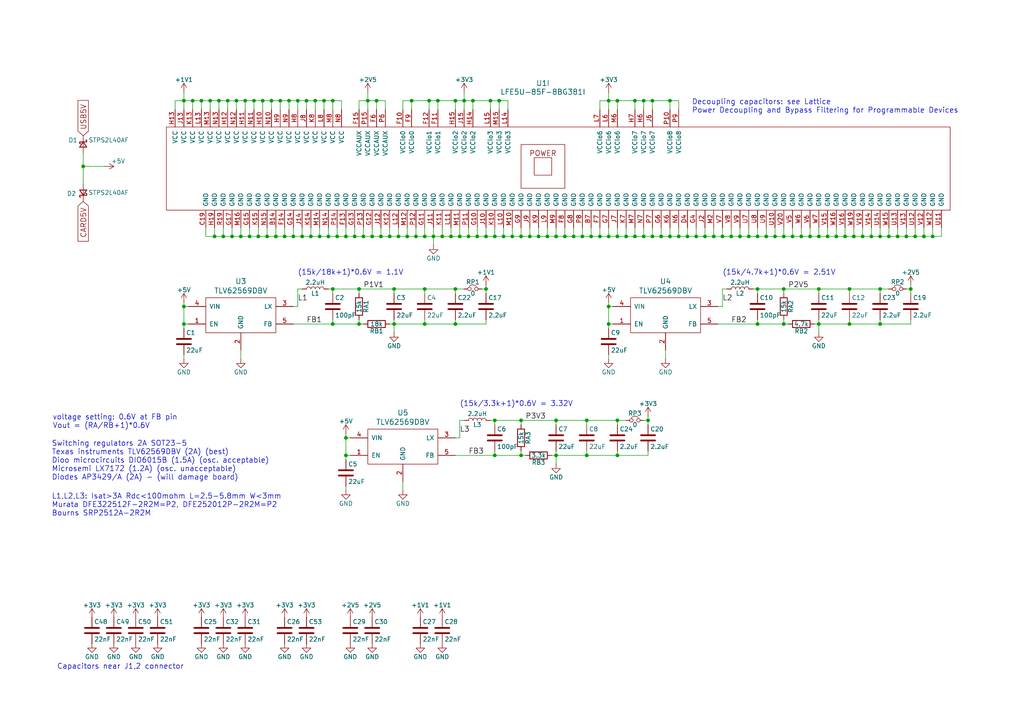
<source format=kicad_sch>
(kicad_sch (version 20250114) (generator "eeschema") (generator_version "9.0")
  (paper "A4")
  (title_block (title "Power Supply - 5V Input, 1.1V/2.5V/3.3V Rails") (date "2025-11-30") (rev "1.0.0") (comment 1 "filtering.") (comment 2 "(I/O). Decoupling capacitors for all FPGA power pins. Ferrite beads on each rail for noise") (comment 3 "Three TLV62569 buck converters generating 1.1V (FPGA core), 2.5V (FPGA aux), and 3.3V") (comment 4 "Power Dual 5V input (USB and Apple II card slot) through Schottky diode OR. "))
  (text "Switching regulators 2A SOT23-5\nTexas instruments TLV62569DBV (2A) (best)\nDioo microcircuits DIO6015B (1.5A) (osc. acceptable)\nMicrosemi LX7172 (1.2A) (osc. unacceptable)\nDiodes AP3429/A (2A) - (will damage board)\n" (at 14.986 139.446 0) (effects (font (size 1.524 1.524)) (justify left bottom)))
  (text "(15k/18k+1)*0.6V = 1.1V\n" (at 86.36 80.01 0) (effects (font (size 1.524 1.524)) (justify left bottom)))
  (text "L1,L2,L3: Isat>3A Rdc<100mohm L=2.5-5.8mm W<3mm\nMurata DFE322512F-2R2M=P2, DFE252012P-2R2M=P2\nBourns SRP2512A-2R2M" (at 14.986 149.86 0) (effects (font (size 1.524 1.524)) (justify left bottom)))
  (text "(15k/4.7k+1)*0.6V = 2.51V\n" (at 209.55 80.01 0) (effects (font (size 1.524 1.524)) (justify left bottom)))
  (text "(15k/3.3k+1)*0.6V = 3.32V\n" (at 133.35 118.11 0) (effects (font (size 1.524 1.524)) (justify left bottom)))
  (text "Capacitors near J1,2 connector" (at 16.51 194.31 0) (effects (font (size 1.524 1.524)) (justify left bottom)))
  (text "Decoupling capacitors: see Lattice\nPower Decoupling and Bypass Filtering for Programmable Devices" (at 200.66 33.02 0) (effects (font (size 1.524 1.524)) (justify left bottom)))
  (text "voltage setting: 0.6V at FB pin\nVout = (RA/RB+1)*0.6V\n" (at 15.24 124.46 0) (effects (font (size 1.524 1.524)) (justify left bottom)))
  (junction (at 24.13 48.26))
  (junction (at 62.23 68.58))
  (junction (at 176.53 93.98))
  (junction (at 96.52 29.21))
  (junction (at 123.19 68.58))
  (junction (at 82.55 68.58))
  (junction (at 245.11 68.58))
  (junction (at 143.51 132.08))
  (junction (at 163.83 68.58))
  (junction (at 219.71 83.82))
  (junction (at 125.73 68.58))
  (junction (at 93.98 29.21))
  (junction (at 151.13 132.08))
  (junction (at 143.51 121.92))
  (junction (at 176.53 68.58))
  (junction (at 138.43 68.58))
  (junction (at 270.51 68.58))
  (junction (at 214.63 68.58))
  (junction (at 105.41 68.58))
  (junction (at 242.57 68.58))
  (junction (at 143.51 68.58))
  (junction (at 140.97 83.82))
  (junction (at 161.29 68.58))
  (junction (at 184.15 29.21))
  (junction (at 132.08 29.21))
  (junction (at 186.69 68.58))
  (junction (at 257.81 68.58))
  (junction (at 142.24 29.21))
  (junction (at 120.65 68.58))
  (junction (at 191.77 68.58))
  (junction (at 100.33 68.58))
  (junction (at 186.69 29.21))
  (junction (at 107.95 68.58))
  (junction (at 176.53 88.9))
  (junction (at 114.3 83.82))
  (junction (at 161.29 132.08))
  (junction (at 104.14 93.98))
  (junction (at 88.9 29.21))
  (junction (at 113.03 68.58))
  (junction (at 262.89 68.58))
  (junction (at 255.27 93.98))
  (junction (at 237.49 83.82))
  (junction (at 132.08 83.82))
  (junction (at 53.34 93.98))
  (junction (at 219.71 68.58))
  (junction (at 179.07 132.08))
  (junction (at 81.28 29.21))
  (junction (at 179.07 121.92))
  (junction (at 148.59 68.58))
  (junction (at 217.17 68.58))
  (junction (at 123.19 83.82))
  (junction (at 161.29 121.92))
  (junction (at 247.65 68.58))
  (junction (at 196.85 68.58))
  (junction (at 134.62 29.21))
  (junction (at 151.13 68.58))
  (junction (at 110.49 68.58))
  (junction (at 64.77 68.58))
  (junction (at 83.82 29.21))
  (junction (at 156.21 68.58))
  (junction (at 255.27 68.58))
  (junction (at 96.52 93.98))
  (junction (at 199.39 68.58))
  (junction (at 176.53 29.21))
  (junction (at 194.31 68.58))
  (junction (at 68.58 29.21))
  (junction (at 207.01 68.58))
  (junction (at 194.31 29.21))
  (junction (at 114.3 93.98))
  (junction (at 153.67 68.58))
  (junction (at 168.91 68.58))
  (junction (at 124.46 29.21))
  (junction (at 170.18 132.08))
  (junction (at 66.04 29.21))
  (junction (at 60.96 29.21))
  (junction (at 73.66 29.21))
  (junction (at 128.27 68.58))
  (junction (at 77.47 68.58))
  (junction (at 80.01 68.58))
  (junction (at 173.99 68.58))
  (junction (at 95.25 68.58))
  (junction (at 187.96 121.92))
  (junction (at 91.44 29.21))
  (junction (at 69.85 68.58))
  (junction (at 119.38 29.21))
  (junction (at 237.49 93.98))
  (junction (at 181.61 68.58))
  (junction (at 227.33 68.58))
  (junction (at 53.34 88.9))
  (junction (at 179.07 68.58))
  (junction (at 227.33 83.82))
  (junction (at 109.22 29.21))
  (junction (at 74.93 68.58))
  (junction (at 106.68 29.21))
  (junction (at 137.16 29.21))
  (junction (at 118.11 68.58))
  (junction (at 264.16 83.82))
  (junction (at 219.71 93.98))
  (junction (at 132.08 93.98))
  (junction (at 130.81 68.58))
  (junction (at 127 29.21))
  (junction (at 229.87 68.58))
  (junction (at 170.18 121.92))
  (junction (at 171.45 68.58))
  (junction (at 227.33 93.98))
  (junction (at 135.89 68.58))
  (junction (at 237.49 68.58))
  (junction (at 234.95 68.58))
  (junction (at 97.79 68.58))
  (junction (at 115.57 68.58))
  (junction (at 224.79 68.58))
  (junction (at 78.74 29.21))
  (junction (at 55.88 29.21))
  (junction (at 140.97 68.58))
  (junction (at 53.34 29.21))
  (junction (at 100.33 127))
  (junction (at 240.03 68.58))
  (junction (at 232.41 68.58))
  (junction (at 144.78 29.21))
  (junction (at 72.39 68.58))
  (junction (at 100.33 132.08))
  (junction (at 166.37 68.58))
  (junction (at 96.52 83.82))
  (junction (at 246.38 93.98))
  (junction (at 212.09 68.58))
  (junction (at 252.73 68.58))
  (junction (at 87.63 68.58))
  (junction (at 201.93 68.58))
  (junction (at 255.27 83.82))
  (junction (at 58.42 29.21))
  (junction (at 267.97 68.58))
  (junction (at 102.87 68.58))
  (junction (at 133.35 68.58))
  (junction (at 184.15 68.58))
  (junction (at 63.5 29.21))
  (junction (at 86.36 29.21))
  (junction (at 158.75 68.58))
  (junction (at 265.43 68.58))
  (junction (at 123.19 93.98))
  (junction (at 76.2 29.21))
  (junction (at 146.05 68.58))
  (junction (at 222.25 68.58))
  (junction (at 85.09 68.58))
  (junction (at 151.13 121.92))
  (junction (at 67.31 68.58))
  (junction (at 92.71 68.58))
  (junction (at 209.55 68.58))
  (junction (at 189.23 29.21))
  (junction (at 90.17 68.58))
  (junction (at 189.23 68.58))
  (junction (at 250.19 68.58))
  (junction (at 260.35 68.58))
  (junction (at 104.14 83.82))
  (junction (at 71.12 29.21))
  (junction (at 204.47 68.58))
  (junction (at 246.38 83.82))
  (junction (at 179.07 29.21))
  (wire (pts (xy 55.88 29.21) (xy 58.42 29.21)))
  (wire (pts (xy 201.93 66.04) (xy 201.93 68.58)))
  (wire (pts (xy 227.33 83.82) (xy 237.49 83.82)))
  (wire (pts (xy 86.36 29.21) (xy 88.9 29.21)))
  (wire (pts (xy 151.13 132.08) (xy 151.13 130.81)))
  (wire (pts (xy 93.98 29.21) (xy 96.52 29.21)))
  (wire (pts (xy 109.22 29.21) (xy 111.76 29.21)))
  (wire (pts (xy 107.95 66.04) (xy 107.95 68.58)))
  (wire (pts (xy 72.39 66.04) (xy 72.39 68.58)))
  (wire (pts (xy 194.31 29.21) (xy 194.31 31.75)))
  (wire (pts (xy 189.23 29.21) (xy 189.23 31.75)))
  (wire (pts (xy 86.36 83.82) (xy 87.63 83.82)))
  (wire (pts (xy 273.05 68.58) (xy 273.05 66.04)))
  (wire (pts (xy 93.98 29.21) (xy 93.98 31.75)))
  (wire (pts (xy 76.2 29.21) (xy 78.74 29.21)))
  (wire (pts (xy 181.61 66.04) (xy 181.61 68.58)))
  (wire (pts (xy 59.69 68.58) (xy 62.23 68.58)))
  (wire (pts (xy 151.13 66.04) (xy 151.13 68.58)))
  (wire (pts (xy 161.29 130.81) (xy 161.29 132.08)))
  (wire (pts (xy 237.49 93.98) (xy 237.49 96.52)))
  (wire (pts (xy 209.55 88.9) (xy 208.28 88.9)))
  (wire (pts (xy 224.79 66.04) (xy 224.79 68.58)))
  (wire (pts (xy 63.5 29.21) (xy 63.5 31.75)))
  (wire (pts (xy 246.38 93.98) (xy 255.27 93.98)))
  (wire (pts (xy 104.14 93.98) (xy 104.14 92.71)))
  (wire (pts (xy 227.33 66.04) (xy 227.33 68.58)))
  (wire (pts (xy 100.33 127) (xy 100.33 132.08)))
  (wire (pts (xy 255.27 83.82) (xy 255.27 85.09)))
  (wire (pts (xy 143.51 68.58) (xy 146.05 68.58)))
  (wire (pts (xy 234.95 68.58) (xy 237.49 68.58)))
  (wire (pts (xy 132.08 93.98) (xy 140.97 93.98)))
  (wire (pts (xy 171.45 66.04) (xy 171.45 68.58)))
  (wire (pts (xy 237.49 66.04) (xy 237.49 68.58)))
  (wire (pts (xy 144.78 29.21) (xy 144.78 31.75)))
  (wire (pts (xy 81.28 29.21) (xy 83.82 29.21)))
  (wire (pts (xy 255.27 66.04) (xy 255.27 68.58)))
  (wire (pts (xy 163.83 68.58) (xy 166.37 68.58)))
  (wire (pts (xy 95.25 66.04) (xy 95.25 68.58)))
  (wire (pts (xy 76.2 29.21) (xy 76.2 31.75)))
  (wire (pts (xy 262.89 83.82) (xy 264.16 83.82)))
  (wire (pts (xy 189.23 66.04) (xy 189.23 68.58)))
  (wire (pts (xy 176.53 88.9) (xy 177.8 88.9)))
  (wire (pts (xy 156.21 66.04) (xy 156.21 68.58)))
  (wire (pts (xy 95.25 68.58) (xy 97.79 68.58)))
  (wire (pts (xy 99.06 29.21) (xy 99.06 31.75)))
  (wire (pts (xy 257.81 68.58) (xy 260.35 68.58)))
  (wire (pts (xy 60.96 29.21) (xy 63.5 29.21)))
  (wire (pts (xy 128.27 66.04) (xy 128.27 68.58)))
  (wire (pts (xy 224.79 68.58) (xy 227.33 68.58)))
  (wire (pts (xy 63.5 29.21) (xy 66.04 29.21)))
  (wire (pts (xy 257.81 66.04) (xy 257.81 68.58)))
  (wire (pts (xy 161.29 121.92) (xy 161.29 123.19)))
  (wire (pts (xy 134.62 26.67) (xy 134.62 29.21)))
  (wire (pts (xy 236.22 93.98) (xy 237.49 93.98)))
  (wire (pts (xy 53.34 102.87) (xy 53.34 104.14)))
  (wire (pts (xy 227.33 93.98) (xy 228.6 93.98)))
  (wire (pts (xy 118.11 66.04) (xy 118.11 68.58)))
  (wire (pts (xy 209.55 83.82) (xy 210.82 83.82)))
  (wire (pts (xy 73.66 29.21) (xy 76.2 29.21)))
  (wire (pts (xy 138.43 66.04) (xy 138.43 68.58)))
  (wire (pts (xy 201.93 68.58) (xy 204.47 68.58)))
  (wire (pts (xy 78.74 29.21) (xy 81.28 29.21)))
  (wire (pts (xy 72.39 68.58) (xy 74.93 68.58)))
  (wire (pts (xy 86.36 29.21) (xy 86.36 31.75)))
  (wire (pts (xy 97.79 66.04) (xy 97.79 68.58)))
  (wire (pts (xy 194.31 66.04) (xy 194.31 68.58)))
  (wire (pts (xy 237.49 83.82) (xy 237.49 85.09)))
  (wire (pts (xy 81.28 29.21) (xy 81.28 31.75)))
  (wire (pts (xy 127 29.21) (xy 127 31.75)))
  (wire (pts (xy 104.14 83.82) (xy 104.14 85.09)))
  (wire (pts (xy 143.51 130.81) (xy 143.51 132.08)))
  (wire (pts (xy 102.87 68.58) (xy 105.41 68.58)))
  (wire (pts (xy 120.65 66.04) (xy 120.65 68.58)))
  (wire (pts (xy 132.08 83.82) (xy 134.62 83.82)))
  (wire (pts (xy 91.44 29.21) (xy 93.98 29.21)))
  (wire (pts (xy 173.99 66.04) (xy 173.99 68.58)))
  (wire (pts (xy 80.01 68.58) (xy 82.55 68.58)))
  (wire (pts (xy 134.62 29.21) (xy 137.16 29.21)))
  (wire (pts (xy 151.13 68.58) (xy 153.67 68.58)))
  (wire (pts (xy 196.85 29.21) (xy 196.85 31.75)))
  (wire (pts (xy 143.51 66.04) (xy 143.51 68.58)))
  (wire (pts (xy 119.38 29.21) (xy 124.46 29.21)))
  (wire (pts (xy 95.25 83.82) (xy 96.52 83.82)))
  (wire (pts (xy 151.13 132.08) (xy 152.4 132.08)))
  (wire (pts (xy 219.71 85.09) (xy 219.71 83.82)))
  (wire (pts (xy 173.99 29.21) (xy 176.53 29.21)))
  (wire (pts (xy 96.52 93.98) (xy 104.14 93.98)))
  (wire (pts (xy 179.07 66.04) (xy 179.07 68.58)))
  (wire (pts (xy 208.28 93.98) (xy 219.71 93.98)))
  (wire (pts (xy 142.24 29.21) (xy 144.78 29.21)))
  (wire (pts (xy 124.46 29.21) (xy 127 29.21)))
  (wire (pts (xy 132.08 29.21) (xy 132.08 31.75)))
  (wire (pts (xy 219.71 66.04) (xy 219.71 68.58)))
  (wire (pts (xy 115.57 66.04) (xy 115.57 68.58)))
  (wire (pts (xy 153.67 68.58) (xy 156.21 68.58)))
  (wire (pts (xy 170.18 121.92) (xy 170.18 123.19)))
  (wire (pts (xy 53.34 29.21) (xy 53.34 31.75)))
  (wire (pts (xy 219.71 68.58) (xy 222.25 68.58)))
  (wire (pts (xy 106.68 29.21) (xy 109.22 29.21)))
  (wire (pts (xy 218.44 83.82) (xy 219.71 83.82)))
  (wire (pts (xy 113.03 66.04) (xy 113.03 68.58)))
  (wire (pts (xy 237.49 92.71) (xy 237.49 93.98)))
  (wire (pts (xy 173.99 29.21) (xy 173.99 31.75)))
  (wire (pts (xy 186.69 121.92) (xy 187.96 121.92)))
  (wire (pts (xy 24.13 48.26) (xy 24.13 53.34)))
  (wire (pts (xy 151.13 121.92) (xy 161.29 121.92)))
  (wire (pts (xy 50.8 29.21) (xy 50.8 31.75)))
  (wire (pts (xy 64.77 68.58) (xy 67.31 68.58)))
  (wire (pts (xy 168.91 68.58) (xy 171.45 68.58)))
  (wire (pts (xy 87.63 66.04) (xy 87.63 68.58)))
  (wire (pts (xy 137.16 29.21) (xy 142.24 29.21)))
  (wire (pts (xy 71.12 29.21) (xy 71.12 31.75)))
  (wire (pts (xy 179.07 132.08) (xy 187.96 132.08)))
  (wire (pts (xy 77.47 68.58) (xy 80.01 68.58)))
  (wire (pts (xy 161.29 66.04) (xy 161.29 68.58)))
  (wire (pts (xy 207.01 66.04) (xy 207.01 68.58)))
  (wire (pts (xy 240.03 68.58) (xy 242.57 68.58)))
  (wire (pts (xy 264.16 93.98) (xy 264.16 92.71)))
  (wire (pts (xy 227.33 83.82) (xy 227.33 85.09)))
  (wire (pts (xy 179.07 68.58) (xy 181.61 68.58)))
  (wire (pts (xy 186.69 66.04) (xy 186.69 68.58)))
  (wire (pts (xy 105.41 68.58) (xy 107.95 68.58)))
  (wire (pts (xy 242.57 66.04) (xy 242.57 68.58)))
  (wire (pts (xy 104.14 93.98) (xy 105.41 93.98)))
  (wire (pts (xy 194.31 29.21) (xy 196.85 29.21)))
  (wire (pts (xy 83.82 29.21) (xy 86.36 29.21)))
  (wire (pts (xy 232.41 68.58) (xy 234.95 68.58)))
  (wire (pts (xy 264.16 83.82) (xy 264.16 85.09)))
  (wire (pts (xy 96.52 29.21) (xy 99.06 29.21)))
  (wire (pts (xy 104.14 31.75) (xy 104.14 29.21)))
  (wire (pts (xy 161.29 132.08) (xy 161.29 134.62)))
  (wire (pts (xy 229.87 66.04) (xy 229.87 68.58)))
  (wire (pts (xy 132.08 132.08) (xy 143.51 132.08)))
  (wire (pts (xy 222.25 68.58) (xy 224.79 68.58)))
  (wire (pts (xy 53.34 26.67) (xy 53.34 29.21)))
  (wire (pts (xy 123.19 93.98) (xy 132.08 93.98)))
  (wire (pts (xy 209.55 68.58) (xy 212.09 68.58)))
  (wire (pts (xy 115.57 68.58) (xy 118.11 68.58)))
  (wire (pts (xy 123.19 83.82) (xy 123.19 85.09)))
  (wire (pts (xy 58.42 29.21) (xy 58.42 31.75)))
  (wire (pts (xy 196.85 66.04) (xy 196.85 68.58)))
  (wire (pts (xy 161.29 121.92) (xy 170.18 121.92)))
  (wire (pts (xy 267.97 66.04) (xy 267.97 68.58)))
  (wire (pts (xy 143.51 123.19) (xy 143.51 121.92)))
  (wire (pts (xy 53.34 87.63) (xy 53.34 88.9)))
  (wire (pts (xy 234.95 66.04) (xy 234.95 68.58)))
  (wire (pts (xy 187.96 121.92) (xy 187.96 123.19)))
  (wire (pts (xy 100.33 140.97) (xy 100.33 142.24)))
  (wire (pts (xy 119.38 29.21) (xy 119.38 31.75)))
  (wire (pts (xy 100.33 132.08) (xy 101.6 132.08)))
  (wire (pts (xy 204.47 66.04) (xy 204.47 68.58)))
  (wire (pts (xy 114.3 92.71) (xy 114.3 93.98)))
  (wire (pts (xy 104.14 83.82) (xy 114.3 83.82)))
  (wire (pts (xy 176.53 66.04) (xy 176.53 68.58)))
  (wire (pts (xy 207.01 68.58) (xy 209.55 68.58)))
  (wire (pts (xy 212.09 66.04) (xy 212.09 68.58)))
  (wire (pts (xy 113.03 93.98) (xy 114.3 93.98)))
  (wire (pts (xy 214.63 68.58) (xy 217.17 68.58)))
  (wire (pts (xy 110.49 66.04) (xy 110.49 68.58)))
  (wire (pts (xy 240.03 66.04) (xy 240.03 68.58)))
  (wire (pts (xy 85.09 66.04) (xy 85.09 68.58)))
  (wire (pts (xy 116.84 29.21) (xy 116.84 31.75)))
  (wire (pts (xy 80.01 66.04) (xy 80.01 68.58)))
  (wire (pts (xy 187.96 120.65) (xy 187.96 121.92)))
  (wire (pts (xy 176.53 68.58) (xy 179.07 68.58)))
  (wire (pts (xy 125.73 66.04) (xy 125.73 68.58)))
  (wire (pts (xy 123.19 66.04) (xy 123.19 68.58)))
  (wire (pts (xy 173.99 68.58) (xy 176.53 68.58)))
  (wire (pts (xy 170.18 132.08) (xy 170.18 130.81)))
  (wire (pts (xy 97.79 68.58) (xy 100.33 68.58)))
  (wire (pts (xy 252.73 68.58) (xy 255.27 68.58)))
  (wire (pts (xy 114.3 93.98) (xy 123.19 93.98)))
  (wire (pts (xy 67.31 68.58) (xy 69.85 68.58)))
  (wire (pts (xy 62.23 66.04) (xy 62.23 68.58)))
  (wire (pts (xy 128.27 68.58) (xy 130.81 68.58)))
  (wire (pts (xy 85.09 68.58) (xy 87.63 68.58)))
  (wire (pts (xy 120.65 68.58) (xy 123.19 68.58)))
  (wire (pts (xy 186.69 29.21) (xy 186.69 31.75)))
  (wire (pts (xy 110.49 68.58) (xy 113.03 68.58)))
  (wire (pts (xy 82.55 68.58) (xy 85.09 68.58)))
  (wire (pts (xy 179.07 29.21) (xy 184.15 29.21)))
  (wire (pts (xy 92.71 68.58) (xy 95.25 68.58)))
  (wire (pts (xy 64.77 66.04) (xy 64.77 68.58)))
  (wire (pts (xy 267.97 68.58) (xy 270.51 68.58)))
  (wire (pts (xy 132.08 29.21) (xy 134.62 29.21)))
  (wire (pts (xy 171.45 68.58) (xy 173.99 68.58)))
  (wire (pts (xy 250.19 68.58) (xy 252.73 68.58)))
  (wire (pts (xy 222.25 66.04) (xy 222.25 68.58)))
  (wire (pts (xy 176.53 29.21) (xy 179.07 29.21)))
  (wire (pts (xy 237.49 68.58) (xy 240.03 68.58)))
  (wire (pts (xy 187.96 132.08) (xy 187.96 130.81)))
  (wire (pts (xy 219.71 83.82) (xy 227.33 83.82)))
  (wire (pts (xy 87.63 68.58) (xy 90.17 68.58)))
  (wire (pts (xy 106.68 29.21) (xy 106.68 31.75)))
  (wire (pts (xy 132.08 83.82) (xy 132.08 85.09)))
  (wire (pts (xy 176.53 93.98) (xy 177.8 93.98)))
  (wire (pts (xy 168.91 66.04) (xy 168.91 68.58)))
  (wire (pts (xy 229.87 68.58) (xy 232.41 68.58)))
  (wire (pts (xy 260.35 68.58) (xy 262.89 68.58)))
  (wire (pts (xy 184.15 29.21) (xy 184.15 31.75)))
  (wire (pts (xy 100.33 132.08) (xy 100.33 133.35)))
  (wire (pts (xy 123.19 93.98) (xy 123.19 92.71)))
  (wire (pts (xy 246.38 83.82) (xy 255.27 83.82)))
  (wire (pts (xy 179.07 121.92) (xy 181.61 121.92)))
  (wire (pts (xy 96.52 29.21) (xy 96.52 31.75)))
  (wire (pts (xy 219.71 93.98) (xy 227.33 93.98)))
  (wire (pts (xy 66.04 29.21) (xy 66.04 31.75)))
  (wire (pts (xy 270.51 66.04) (xy 270.51 68.58)))
  (wire (pts (xy 53.34 29.21) (xy 55.88 29.21)))
  (wire (pts (xy 107.95 68.58) (xy 110.49 68.58)))
  (wire (pts (xy 90.17 68.58) (xy 92.71 68.58)))
  (wire (pts (xy 68.58 29.21) (xy 68.58 31.75)))
  (wire (pts (xy 194.31 68.58) (xy 196.85 68.58)))
  (wire (pts (xy 217.17 68.58) (xy 219.71 68.58)))
  (wire (pts (xy 133.35 127) (xy 132.08 127)))
  (wire (pts (xy 125.73 68.58) (xy 125.73 71.12)))
  (wire (pts (xy 147.32 29.21) (xy 147.32 31.75)))
  (wire (pts (xy 58.42 29.21) (xy 60.96 29.21)))
  (wire (pts (xy 179.07 132.08) (xy 179.07 130.81)))
  (wire (pts (xy 189.23 68.58) (xy 191.77 68.58)))
  (wire (pts (xy 242.57 68.58) (xy 245.11 68.58)))
  (wire (pts (xy 134.62 29.21) (xy 134.62 31.75)))
  (wire (pts (xy 227.33 93.98) (xy 227.33 92.71)))
  (wire (pts (xy 114.3 83.82) (xy 114.3 85.09)))
  (wire (pts (xy 127 29.21) (xy 132.08 29.21)))
  (wire (pts (xy 265.43 68.58) (xy 267.97 68.58)))
  (wire (pts (xy 246.38 83.82) (xy 246.38 85.09)))
  (wire (pts (xy 247.65 68.58) (xy 250.19 68.58)))
  (wire (pts (xy 153.67 66.04) (xy 153.67 68.58)))
  (wire (pts (xy 270.51 68.58) (xy 273.05 68.58)))
  (wire (pts (xy 262.89 68.58) (xy 265.43 68.58)))
  (wire (pts (xy 151.13 121.92) (xy 151.13 123.19)))
  (wire (pts (xy 143.51 121.92) (xy 151.13 121.92)))
  (wire (pts (xy 140.97 66.04) (xy 140.97 68.58)))
  (wire (pts (xy 24.13 44.45) (xy 24.13 48.26)))
  (wire (pts (xy 186.69 68.58) (xy 189.23 68.58)))
  (wire (pts (xy 55.88 29.21) (xy 55.88 31.75)))
  (wire (pts (xy 146.05 66.04) (xy 146.05 68.58)))
  (wire (pts (xy 245.11 68.58) (xy 247.65 68.58)))
  (wire (pts (xy 60.96 29.21) (xy 60.96 31.75)))
  (wire (pts (xy 85.09 93.98) (xy 96.52 93.98)))
  (wire (pts (xy 88.9 29.21) (xy 88.9 31.75)))
  (wire (pts (xy 69.85 101.6) (xy 69.85 104.14)))
  (wire (pts (xy 111.76 29.21) (xy 111.76 31.75)))
  (wire (pts (xy 86.36 83.82) (xy 86.36 88.9)))
  (wire (pts (xy 69.85 68.58) (xy 72.39 68.58)))
  (wire (pts (xy 260.35 66.04) (xy 260.35 68.58)))
  (wire (pts (xy 59.69 66.04) (xy 59.69 68.58)))
  (wire (pts (xy 148.59 66.04) (xy 148.59 68.58)))
  (wire (pts (xy 137.16 29.21) (xy 137.16 31.75)))
  (wire (pts (xy 114.3 83.82) (xy 123.19 83.82)))
  (wire (pts (xy 262.89 66.04) (xy 262.89 68.58)))
  (wire (pts (xy 123.19 83.82) (xy 132.08 83.82)))
  (wire (pts (xy 176.53 87.63) (xy 176.53 88.9)))
  (wire (pts (xy 143.51 132.08) (xy 151.13 132.08)))
  (wire (pts (xy 109.22 29.21) (xy 109.22 31.75)))
  (wire (pts (xy 116.84 29.21) (xy 119.38 29.21)))
  (wire (pts (xy 184.15 68.58) (xy 186.69 68.58)))
  (wire (pts (xy 91.44 29.21) (xy 91.44 31.75)))
  (wire (pts (xy 140.97 93.98) (xy 140.97 92.71)))
  (wire (pts (xy 265.43 66.04) (xy 265.43 68.58)))
  (wire (pts (xy 100.33 125.73) (xy 100.33 127)))
  (wire (pts (xy 66.04 29.21) (xy 68.58 29.21)))
  (wire (pts (xy 138.43 68.58) (xy 140.97 68.58)))
  (wire (pts (xy 237.49 83.82) (xy 246.38 83.82)))
  (wire (pts (xy 135.89 66.04) (xy 135.89 68.58)))
  (wire (pts (xy 96.52 83.82) (xy 104.14 83.82)))
  (wire (pts (xy 100.33 127) (xy 101.6 127)))
  (wire (pts (xy 176.53 29.21) (xy 176.53 31.75)))
  (wire (pts (xy 255.27 93.98) (xy 255.27 92.71)))
  (wire (pts (xy 86.36 88.9) (xy 85.09 88.9)))
  (wire (pts (xy 156.21 68.58) (xy 158.75 68.58)))
  (wire (pts (xy 189.23 29.21) (xy 194.31 29.21)))
  (wire (pts (xy 255.27 83.82) (xy 257.81 83.82)))
  (wire (pts (xy 252.73 66.04) (xy 252.73 68.58)))
  (wire (pts (xy 53.34 88.9) (xy 53.34 93.98)))
  (wire (pts (xy 191.77 68.58) (xy 194.31 68.58)))
  (wire (pts (xy 184.15 66.04) (xy 184.15 68.58)))
  (wire (pts (xy 142.24 29.21) (xy 142.24 31.75)))
  (wire (pts (xy 130.81 68.58) (xy 133.35 68.58)))
  (wire (pts (xy 166.37 66.04) (xy 166.37 68.58)))
  (wire (pts (xy 176.53 102.87) (xy 176.53 104.14)))
  (wire (pts (xy 184.15 29.21) (xy 186.69 29.21)))
  (wire (pts (xy 83.82 29.21) (xy 83.82 31.75)))
  (wire (pts (xy 74.93 66.04) (xy 74.93 68.58)))
  (wire (pts (xy 255.27 93.98) (xy 264.16 93.98)))
  (wire (pts (xy 250.19 66.04) (xy 250.19 68.58)))
  (wire (pts (xy 179.07 29.21) (xy 179.07 31.75)))
  (wire (pts (xy 133.35 68.58) (xy 135.89 68.58)))
  (wire (pts (xy 199.39 66.04) (xy 199.39 68.58)))
  (wire (pts (xy 96.52 92.71) (xy 96.52 93.98)))
  (wire (pts (xy 158.75 68.58) (xy 161.29 68.58)))
  (wire (pts (xy 214.63 66.04) (xy 214.63 68.58)))
  (wire (pts (xy 96.52 85.09) (xy 96.52 83.82)))
  (wire (pts (xy 133.35 66.04) (xy 133.35 68.58)))
  (wire (pts (xy 53.34 93.98) (xy 54.61 93.98)))
  (wire (pts (xy 212.09 68.58) (xy 214.63 68.58)))
  (wire (pts (xy 69.85 66.04) (xy 69.85 68.58)))
  (wire (pts (xy 123.19 68.58) (xy 125.73 68.58)))
  (wire (pts (xy 140.97 68.58) (xy 143.51 68.58)))
  (wire (pts (xy 114.3 93.98) (xy 114.3 96.52)))
  (wire (pts (xy 227.33 68.58) (xy 229.87 68.58)))
  (wire (pts (xy 104.14 29.21) (xy 106.68 29.21)))
  (wire (pts (xy 199.39 68.58) (xy 201.93 68.58)))
  (wire (pts (xy 62.23 68.58) (xy 64.77 68.58)))
  (wire (pts (xy 100.33 66.04) (xy 100.33 68.58)))
  (wire (pts (xy 92.71 66.04) (xy 92.71 68.58)))
  (wire (pts (xy 161.29 68.58) (xy 163.83 68.58)))
  (wire (pts (xy 142.24 121.92) (xy 143.51 121.92)))
  (wire (pts (xy 193.04 101.6) (xy 193.04 104.14)))
  (wire (pts (xy 264.16 82.55) (xy 264.16 83.82)))
  (wire (pts (xy 246.38 93.98) (xy 246.38 92.71)))
  (wire (pts (xy 78.74 29.21) (xy 78.74 31.75)))
  (wire (pts (xy 148.59 68.58) (xy 151.13 68.58)))
  (wire (pts (xy 68.58 29.21) (xy 71.12 29.21)))
  (wire (pts (xy 144.78 29.21) (xy 147.32 29.21)))
  (wire (pts (xy 24.13 48.26) (xy 30.48 48.26)))
  (wire (pts (xy 74.93 68.58) (xy 77.47 68.58)))
  (wire (pts (xy 116.84 139.7) (xy 116.84 142.24)))
  (wire (pts (xy 82.55 66.04) (xy 82.55 68.58)))
  (wire (pts (xy 130.81 66.04) (xy 130.81 68.58)))
  (wire (pts (xy 217.17 66.04) (xy 217.17 68.58)))
  (wire (pts (xy 102.87 66.04) (xy 102.87 68.58)))
  (wire (pts (xy 105.41 66.04) (xy 105.41 68.58)))
  (wire (pts (xy 106.68 26.67) (xy 106.68 29.21)))
  (wire (pts (xy 163.83 66.04) (xy 163.83 68.58)))
  (wire (pts (xy 133.35 121.92) (xy 134.62 121.92)))
  (wire (pts (xy 170.18 132.08) (xy 179.07 132.08)))
  (wire (pts (xy 209.55 83.82) (xy 209.55 88.9)))
  (wire (pts (xy 176.53 93.98) (xy 176.53 95.25)))
  (wire (pts (xy 161.29 132.08) (xy 170.18 132.08)))
  (wire (pts (xy 245.11 66.04) (xy 245.11 68.58)))
  (wire (pts (xy 100.33 68.58) (xy 102.87 68.58)))
  (wire (pts (xy 88.9 29.21) (xy 91.44 29.21)))
  (wire (pts (xy 53.34 93.98) (xy 53.34 95.25)))
  (wire (pts (xy 247.65 66.04) (xy 247.65 68.58)))
  (wire (pts (xy 179.07 121.92) (xy 179.07 123.19)))
  (wire (pts (xy 209.55 66.04) (xy 209.55 68.58)))
  (wire (pts (xy 186.69 29.21) (xy 189.23 29.21)))
  (wire (pts (xy 139.7 83.82) (xy 140.97 83.82)))
  (wire (pts (xy 160.02 132.08) (xy 161.29 132.08)))
  (wire (pts (xy 71.12 29.21) (xy 73.66 29.21)))
  (wire (pts (xy 118.11 68.58) (xy 120.65 68.58)))
  (wire (pts (xy 132.08 93.98) (xy 132.08 92.71)))
  (wire (pts (xy 170.18 121.92) (xy 179.07 121.92)))
  (wire (pts (xy 196.85 68.58) (xy 199.39 68.58)))
  (wire (pts (xy 191.77 66.04) (xy 191.77 68.58)))
  (wire (pts (xy 158.75 66.04) (xy 158.75 68.58)))
  (wire (pts (xy 140.97 82.55) (xy 140.97 83.82)))
  (wire (pts (xy 219.71 92.71) (xy 219.71 93.98)))
  (wire (pts (xy 181.61 68.58) (xy 184.15 68.58)))
  (wire (pts (xy 204.47 68.58) (xy 207.01 68.58)))
  (wire (pts (xy 125.73 68.58) (xy 128.27 68.58)))
  (wire (pts (xy 77.47 66.04) (xy 77.47 68.58)))
  (wire (pts (xy 176.53 88.9) (xy 176.53 93.98)))
  (wire (pts (xy 232.41 66.04) (xy 232.41 68.58)))
  (wire (pts (xy 255.27 68.58) (xy 257.81 68.58)))
  (wire (pts (xy 146.05 68.58) (xy 148.59 68.58)))
  (wire (pts (xy 67.31 66.04) (xy 67.31 68.58)))
  (wire (pts (xy 50.8 29.21) (xy 53.34 29.21)))
  (wire (pts (xy 135.89 68.58) (xy 138.43 68.58)))
  (wire (pts (xy 113.03 68.58) (xy 115.57 68.58)))
  (wire (pts (xy 237.49 93.98) (xy 246.38 93.98)))
  (wire (pts (xy 140.97 83.82) (xy 140.97 85.09)))
  (wire (pts (xy 124.46 29.21) (xy 124.46 31.75)))
  (wire (pts (xy 133.35 121.92) (xy 133.35 127)))
  (wire (pts (xy 176.53 26.67) (xy 176.53 29.21)))
  (wire (pts (xy 73.66 29.21) (xy 73.66 31.75)))
  (wire (pts (xy 90.17 66.04) (xy 90.17 68.58)))
  (wire (pts (xy 166.37 68.58) (xy 168.91 68.58)))
  (wire (pts (xy 53.34 88.9) (xy 54.61 88.9)))
  (label "P2V5" (at 228.6 83.82 0) (effects (font (size 1.524 1.524))))
  (label "FB3" (at 135.89 132.08 0) (effects (font (size 1.524 1.524))))
  (label "P1V1" (at 105.41 83.82 0) (effects (font (size 1.524 1.524))))
  (label "L1" (at 86.36 87.63 0) (effects (font (size 1.524 1.524))))
  (label "FB1" (at 88.9 93.98 0) (effects (font (size 1.524 1.524))))
  (label "L2" (at 209.55 87.63 0) (effects (font (size 1.524 1.524))))
  (label "FB2" (at 212.09 93.98 0) (effects (font (size 1.524 1.524))))
  (label "L3" (at 133.35 125.73 0) (effects (font (size 1.524 1.524))))
  (label "P3V3" (at 152.4 121.92 0) (effects (font (size 1.524 1.524))))
  (global_label "CARD5V" (shape input) (at 24.13 58.42 270) (effects (font (size 1.524 1.524))) (property "Intersheetrefs" "${INTERSHEET_REFS}" (effects (hide yes))))
  (global_label "USB5V" (shape input) (at 24.13 39.37 90) (effects (font (size 1.524 1.524))) (property "Intersheetrefs" "${INTERSHEET_REFS}" (effects (hide yes))))
  (symbol (lib_id "power:GND") (at 125.73 71.12 0) (unit 1)
    (property "Reference" "#PWR045" (effects (hide yes)))
    (property "Value" "GND" (at 125.73 74.93 0))
  )
  (symbol (lib_id "power:GND") (at 69.85 104.14 0) (unit 1)
    (property "Reference" "#PWR072" (effects (hide yes)))
    (property "Value" "GND" (at 69.85 107.95 0))
  )
  (symbol (lib_id "power:+5V") (at 53.34 87.63 0) (unit 1)
    (property "Reference" "#PWR065" (effects (hide yes)))
    (property "Value" "+5V" (at 53.34 84.074 0))
  )
  (symbol (lib_id "power:GND") (at 53.34 104.14 0) (unit 1)
    (property "Reference" "#PWR066" (effects (hide yes)))
    (property "Value" "GND" (at 53.34 107.95 0))
  )
  (symbol (lib_id "Device:C") (at 53.34 99.06 0) (unit 1)
    (property "Reference" "C1" (at 53.975 96.52 0) (effects (justify left)))
    (property "Value" "22uF" (at 53.975 101.6 0) (effects (justify left)))
    (property "Footprint" "Capacitor_SMD:C_0805_2012Metric" (effects (hide yes)))
    (property "MPN" "CC0805ZKY5V5BB226 " (effects (hide yes)))
    (property "Mouser" "81-GRM21BR61A226ME1L" (effects (hide yes)))
    (property "Mouse_r2" "81-GRM21BR61A226ME1K" (effects (hide yes)))
    (property "Mouse_r3" "81-GRM219R61C226ME5L" (effects (hide yes)))
    (property "Mouse_r4" "81-GRM188C60J226ME0J" (effects (hide yes)))
    (property "Mouse_r5" "963-LMK212BBJ226MG-T" (effects (hide yes)))
    (property "Digikey" "1276-2413-1-ND" (effects (hide yes)))
    (property "Digike_y2" "1276-2412-1-ND" (effects (hide yes)))
    (property "Newark" "08P5169" (effects (hide yes)))
    (property "LCSC" "C29277" (effects (hide yes)))
    (property "Koncar" "FC004" (effects (hide yes)))
  )
  (symbol (lib_id "Device:C") (at 96.52 88.9 0) (unit 1)
    (property "Reference" "C2" (at 97.155 86.36 0) (effects (justify left)))
    (property "Value" "100pF" (at 97.155 91.44 0) (effects (justify left)))
    (property "Footprint" "Capacitor_SMD:C_0603_1608Metric" (effects (hide yes)))
    (property "MNF1_URL" "www.yageo.com" (effects (hide yes)))
    (property "MPN" "CS0603KRX7R9BB471" (effects (hide yes)))
    (property "Mouser" "581-06035A101JAT4A" (effects (hide yes)))
    (property "Mouse_r1" "710-885012206081" (effects (hide yes)))
    (property "Mouse_r2" "603-CS0603KRX79BB471" (effects (hide yes)))
    (property "Mouse_r3" "603-CC603JRNPO9BN101" (effects (hide yes)))
    (property "Mouse_r4" "603-CC603KRX7R9BB471 " (effects (hide yes)))
    (property "Digikey" "311-4078-1-ND" (effects (hide yes)))
    (property "Digike_y2" "399-9086-1-ND" (effects (hide yes)))
    (property "Newark" "38K9273" (effects (hide yes)))
    (property "LCSC" "C14665" (effects (hide yes)))
    (property "LCS_C2" "C22396" (effects (hide yes)))
    (property "Koncar" "FC006" (effects (hide yes)))
  )
  (symbol (lib_id "Device:R") (at 104.14 88.9 0) (unit 1)
    (property "Reference" "RA1" (at 106.172 88.9 90))
    (property "Value" "15k" (at 104.14 88.9 90))
    (property "Footprint" "Resistor_SMD:R_0603_1608Metric" (effects (hide yes)))
    (property "MNF1_URL" "www.yageo.com" (effects (hide yes)))
    (property "MPN" "RC0603FR-1015KL" (effects (hide yes)))
  )
  (symbol (lib_id "Device:R") (at 109.22 93.98 270) (unit 1)
    (property "Reference" "RB1" (at 109.22 96.012 90))
    (property "Value" "18k" (at 109.22 93.98 90))
    (property "Footprint" "Resistor_SMD:R_0603_1608Metric" (effects (hide yes)))
    (property "MNF1_URL" "www.yageo.com" (effects (hide yes)))
    (property "MPN" "RC0603FR-1018KL" (effects (hide yes)))
    (property "Mouser" "71-CRCW060318K0FKEAC" (effects (hide yes)))
    (property "Digikey" " 311-18.0KHRCT-ND" (effects (hide yes)))
    (property "Newark" "94X1474" (effects (hide yes)))
    (property "LCSC" "C425614" (effects (hide yes)))
    (property "Koncar" "FR006" (effects (hide yes)))
  )
  (symbol (lib_id "power:GND") (at 114.3 96.52 0) (unit 1)
    (property "Reference" "#PWR075" (effects (hide yes)))
    (property "Value" "GND" (at 114.3 100.33 0))
  )
  (symbol (lib_id "Device:C") (at 114.3 88.9 0) (unit 1)
    (property "Reference" "C3" (at 114.935 86.36 0) (effects (justify left)))
    (property "Value" "22uF" (at 114.935 91.44 0) (effects (justify left)))
    (property "Footprint" "Capacitor_SMD:C_0805_2012Metric" (effects (hide yes)))
  )
  (symbol (lib_id "Device:C") (at 123.19 88.9 0) (unit 1)
    (property "Reference" "C4" (at 123.825 86.36 0) (effects (justify left)))
    (property "Value" "22uF" (at 123.825 91.44 0) (effects (justify left)))
    (property "Footprint" "Capacitor_SMD:C_0805_2012Metric" (effects (hide yes)))
  )
  (symbol (lib_id "power:+3V3") (at 134.62 26.67 0) (unit 1)
    (property "Reference" "#PWR048" (effects (hide yes)))
    (property "Value" "+3V3" (at 134.62 23.114 0))
  )
  (symbol (lib_id "power:GND") (at 116.84 142.24 0) (unit 1)
    (property "Reference" "#PWR074" (effects (hide yes)))
    (property "Value" "GND" (at 116.84 146.05 0))
  )
  (symbol (lib_id "power:+5V") (at 100.33 125.73 0) (unit 1)
    (property "Reference" "#PWR069" (effects (hide yes)))
    (property "Value" "+5V" (at 100.33 122.174 0))
  )
  (symbol (lib_id "power:GND") (at 100.33 142.24 0) (unit 1)
    (property "Reference" "#PWR070" (effects (hide yes)))
    (property "Value" "GND" (at 100.33 146.05 0))
  )
  (symbol (lib_id "Device:C") (at 100.33 137.16 0) (unit 1)
    (property "Reference" "C5" (at 100.965 134.62 0) (effects (justify left)))
    (property "Value" "22uF" (at 100.965 139.7 0) (effects (justify left)))
    (property "Footprint" "Capacitor_SMD:C_0805_2012Metric" (effects (hide yes)))
    (property "MPN" "CC0805ZKY5V5BB226 " (effects (hide yes)))
  )
  (symbol (lib_id "Device:C") (at 143.51 127 0) (unit 1)
    (property "Reference" "C6" (at 144.145 124.46 0) (effects (justify left)))
    (property "Value" "100pF" (at 144.145 129.54 0) (effects (justify left)))
    (property "Footprint" "Capacitor_SMD:C_0603_1608Metric" (effects (hide yes)))
  )
  (symbol (lib_id "Device:R") (at 151.13 127 0) (unit 1)
    (property "Reference" "RA3" (at 153.162 127 90))
    (property "Value" "15k" (at 151.13 127 90))
    (property "Footprint" "Resistor_SMD:R_0603_1608Metric" (effects (hide yes)))
  )
  (symbol (lib_id "Device:R") (at 156.21 132.08 270) (unit 1)
    (property "Reference" "RB3" (at 156.21 134.112 90))
    (property "Value" "3.3k" (at 156.21 132.08 90))
    (property "Footprint" "Resistor_SMD:R_0603_1608Metric" (effects (hide yes)))
    (property "MNF1_URL" "www.yageo.com" (effects (hide yes)))
    (property "MPN" "RT0603FRE073K3L" (effects (hide yes)))
    (property "Mouser" "603-RC0603FR-073K3L" (effects (hide yes)))
    (property "Mouse_r2" "603-RC0603FR-103K3L" (effects (hide yes)))
    (property "Digikey" "YAG3605CT-ND" (effects (hide yes)))
    (property "Newark" "94X1577" (effects (hide yes)))
    (property "LCSC" "C425629" (effects (hide yes)))
    (property "Koncar" "FR009" (effects (hide yes)))
  )
  (symbol (lib_id "power:GND") (at 161.29 134.62 0) (unit 1)
    (property "Reference" "#PWR077" (effects (hide yes)))
    (property "Value" "GND" (at 161.29 138.43 0))
  )
  (symbol (lib_id "Device:C") (at 161.29 127 0) (unit 1)
    (property "Reference" "C7" (at 161.925 124.46 0) (effects (justify left)))
    (property "Value" "22uF" (at 161.925 129.54 0) (effects (justify left)))
    (property "Footprint" "Capacitor_SMD:C_0805_2012Metric" (effects (hide yes)))
  )
  (symbol (lib_id "Device:C") (at 170.18 127 0) (unit 1)
    (property "Reference" "C8" (at 170.815 124.46 0) (effects (justify left)))
    (property "Value" "22uF" (at 170.815 129.54 0) (effects (justify left)))
    (property "Footprint" "Capacitor_SMD:C_0805_2012Metric" (effects (hide yes)))
  )
  (symbol (lib_id "power:+3V3") (at 187.96 120.65 0) (unit 1)
    (property "Reference" "#PWR080" (effects (hide yes)))
    (property "Value" "+3V3" (at 187.96 117.094 0))
  )
  (symbol (lib_id "power:GND") (at 193.04 104.14 0) (unit 1)
    (property "Reference" "#PWR073" (effects (hide yes)))
    (property "Value" "GND" (at 193.04 107.95 0))
  )
  (symbol (lib_id "power:+5V") (at 176.53 87.63 0) (unit 1)
    (property "Reference" "#PWR067" (effects (hide yes)))
    (property "Value" "+5V" (at 176.53 84.074 0))
  )
  (symbol (lib_id "power:GND") (at 176.53 104.14 0) (unit 1)
    (property "Reference" "#PWR068" (effects (hide yes)))
    (property "Value" "GND" (at 176.53 107.95 0))
  )
  (symbol (lib_id "Device:C") (at 176.53 99.06 0) (unit 1)
    (property "Reference" "C9" (at 177.165 96.52 0) (effects (justify left)))
    (property "Value" "22uF" (at 177.165 101.6 0) (effects (justify left)))
    (property "Footprint" "Capacitor_SMD:C_0805_2012Metric" (effects (hide yes)))
    (property "MPN" "CC0805ZKY5V5BB226 " (effects (hide yes)))
  )
  (symbol (lib_id "Device:L") (at 214.63 83.82 90) (unit 1)
    (property "Reference" "L2" (at 214.63 85.09 90))
    (property "Value" "2.2uH" (at 214.63 81.915 90))
    (property "Footprint" "L_1008_1210:L_1008_1210" (effects (hide yes)))
    (property "Datasheet" "http://psearch.en.murata.com/inductor/product/DFE252012PD-2R2M%23.pdf" (effects (hide yes)))
  )
  (symbol (lib_id "Device:C") (at 219.71 88.9 0) (unit 1)
    (property "Reference" "C10" (at 220.345 86.36 0) (effects (justify left)))
    (property "Value" "100pF" (at 220.345 91.44 0) (effects (justify left)))
    (property "Footprint" "Capacitor_SMD:C_0603_1608Metric" (effects (hide yes)))
  )
  (symbol (lib_id "Device:R") (at 227.33 88.9 0) (unit 1)
    (property "Reference" "RA2" (at 229.362 88.9 90))
    (property "Value" "15k" (at 227.33 88.9 90))
    (property "Footprint" "Resistor_SMD:R_0603_1608Metric" (effects (hide yes)))
  )
  (symbol (lib_id "Device:R") (at 232.41 93.98 270) (unit 1)
    (property "Reference" "RB2" (at 232.41 96.012 90))
    (property "Value" "4.7k" (at 232.41 93.98 90))
    (property "Footprint" "Resistor_SMD:R_0603_1608Metric" (effects (hide yes)))
    (property "MPN" "AC0603FR-104K7L" (effects (hide yes)))
  )
  (symbol (lib_id "power:GND") (at 237.49 96.52 0) (unit 1)
    (property "Reference" "#PWR076" (effects (hide yes)))
    (property "Value" "GND" (at 237.49 100.33 0))
  )
  (symbol (lib_id "Device:C") (at 237.49 88.9 0) (unit 1)
    (property "Reference" "C11" (at 238.125 86.36 0) (effects (justify left)))
    (property "Value" "22uF" (at 238.125 91.44 0) (effects (justify left)))
    (property "Footprint" "Capacitor_SMD:C_0805_2012Metric" (effects (hide yes)))
  )
  (symbol (lib_id "Device:C") (at 246.38 88.9 0) (unit 1)
    (property "Reference" "C12" (at 247.015 86.36 0) (effects (justify left)))
    (property "Value" "22uF" (at 247.015 91.44 0) (effects (justify left)))
    (property "Footprint" "Capacitor_SMD:C_0805_2012Metric" (effects (hide yes)))
  )
  (symbol (lib_id "power:+2V5") (at 264.16 82.55 0) (unit 1)
    (property "Reference" "#PWR079" (effects (hide yes)))
    (property "Value" "+2V5" (at 264.16 78.994 0))
  )
  (symbol (lib_id "power:+2V5") (at 106.68 26.67 0) (unit 1)
    (property "Reference" "#PWR040" (effects (hide yes)))
    (property "Value" "+2V5" (at 106.68 23.114 0))
  )
  (symbol (lib_id "power:+3V3") (at 176.53 26.67 0) (unit 1)
    (property "Reference" "#PWR064" (effects (hide yes)))
    (property "Value" "+3V3" (at 176.53 23.114 0))
  )
  (symbol (lib_id "Device:C") (at 140.97 88.9 0) (unit 1)
    (property "Reference" "C17" (at 141.605 86.36 0) (effects (justify left)))
    (property "Value" "2.2uF" (at 141.605 91.44 0) (effects (justify left)))
    (property "Footprint" "Capacitor_SMD:C_0805_2012Metric" (effects (hide yes)))
  )
  (symbol (lib_id "Device:C") (at 264.16 88.9 0) (unit 1)
    (property "Reference" "C19" (at 264.795 86.36 0) (effects (justify left)))
    (property "Value" "2.2uF" (at 264.795 91.44 0) (effects (justify left)))
    (property "Footprint" "Capacitor_SMD:C_0805_2012Metric" (effects (hide yes)))
  )
  (symbol (lib_id "Device:C") (at 187.96 127 0) (unit 1)
    (property "Reference" "C20" (at 188.595 124.46 0) (effects (justify left)))
    (property "Value" "2.2uF" (at 188.595 129.54 0) (effects (justify left)))
    (property "Footprint" "Capacitor_SMD:C_0805_2012Metric" (effects (hide yes)))
  )
  (symbol (lib_id "Device:C") (at 132.08 88.9 0) (unit 1)
    (property "Reference" "C22" (at 132.715 86.36 0) (effects (justify left)))
    (property "Value" "2.2uF" (at 132.715 91.44 0) (effects (justify left)))
    (property "Footprint" "Capacitor_SMD:C_0805_2012Metric" (effects (hide yes)))
  )
  (symbol (lib_id "Device:C") (at 255.27 88.9 0) (unit 1)
    (property "Reference" "C23" (at 255.905 86.36 0) (effects (justify left)))
    (property "Value" "2.2uF" (at 255.905 91.44 0) (effects (justify left)))
    (property "Footprint" "Capacitor_SMD:C_0805_2012Metric" (effects (hide yes)))
  )
  (symbol (lib_id "Device:C") (at 179.07 127 0) (unit 1)
    (property "Reference" "C24" (at 179.705 124.46 0) (effects (justify left)))
    (property "Value" "2.2uF" (at 179.705 129.54 0) (effects (justify left)))
    (property "Footprint" "Capacitor_SMD:C_0805_2012Metric" (effects (hide yes)))
  )
  (symbol (lib_id "Device:Jumper_NC_Small") (at 137.16 83.82 0) (unit 1)
    (property "Reference" "RP1" (at 137.16 81.788 0))
    (property "Value" "0" (at 137.16 85.09 0))
    (property "Footprint" "jumper:R_0805_2012Metric_Pad1.29x1.40mm_HandSolder_Jumper_NC" (effects (hide yes)))
    (property "Mouser_URL" "www.mouser.com" (effects (hide yes)))
    (property "MNF1_URL" "www.yageo.com" (effects (hide yes)))
    (property "EMPTY_MPN" "RC0805JR-070RL" (effects (hide yes)))
    (property "Mouse_r1" "71-RCG08050000Z0EA" (effects (hide yes)))
    (property "Mouse_r2" "603-RC0805JR-070RL" (effects (hide yes)))
    (property "Mouse_r3" "652-CR0805-J/-000ELF" (effects (hide yes)))
    (property "Digike_y1" "YAG1327CT-ND" (effects (hide yes)))
    (property "Note" "Leave empty" (effects (hide yes)))
  )
  (symbol (lib_id "Device:Jumper_NC_Small") (at 260.35 83.82 0) (unit 1)
    (property "Reference" "RP2" (at 260.35 81.788 0))
    (property "Value" "0" (at 260.35 85.09 0))
    (property "Footprint" "jumper:R_0805_2012Metric_Pad1.29x1.40mm_HandSolder_Jumper_NC" (effects (hide yes)))
    (property "Note" "Leave empty" (effects (hide yes)))
  )
  (symbol (lib_id "Device:Jumper_NC_Small") (at 184.15 121.92 0) (unit 1)
    (property "Reference" "RP3" (at 184.15 119.888 0))
    (property "Value" "0" (at 184.15 123.19 0))
    (property "Footprint" "jumper:R_0805_2012Metric_Pad1.29x1.40mm_HandSolder_Jumper_NC" (effects (hide yes)))
    (property "Note" "Leave empty" (effects (hide yes)))
  )
  (symbol (lib_id "power:+1V1") (at 53.34 26.67 0) (unit 1)
    (property "Reference" "#PWR029" (effects (hide yes)))
    (property "Value" "+1V1" (at 53.34 23.114 0))
  )
  (symbol (lib_id "power:+1V1") (at 140.97 82.55 0) (unit 1)
    (property "Reference" "#PWR078" (effects (hide yes)))
    (property "Value" "+1V1" (at 140.97 78.994 0))
  )
  (symbol (lib_id "Device:C") (at 58.42 182.88 0) (unit 1)
    (property "Reference" "C25" (at 59.055 180.34 0) (effects (justify left)))
    (property "Value" "22nF" (at 59.055 185.42 0) (effects (justify left)))
    (property "Footprint" "Capacitor_SMD:C_0603_1608Metric" (effects (hide yes)))
    (property "MPN" "CC0603JRX7R8BB223" (effects (hide yes)))
    (property "Mouser" "603-CC603KRX7R7BB223" (effects (hide yes)))
    (property "Mouse_r1" "603-CC603JRX7R8BB223" (effects (hide yes)))
    (property "Mouse_r2" "603-AC603KRX7R7BB223" (effects (hide yes)))
    (property "Mouse_r3" "710-885012206091" (effects (hide yes)))
    (property "price1500_Mouser" "35.7$" (effects (hide yes)))
    (property "Digikey" "587-1238-1-ND" (effects (hide yes)))
    (property "Digike_y2" "1276-2000-1-ND" (effects (hide yes)))
    (property "Newark" "82AC9346" (effects (hide yes)))
    (property "LCSC" "C107137" (effects (hide yes)))
    (property "Koncar" "FC003" (effects (hide yes)))
  )
  (symbol (lib_id "power:GND") (at 58.42 186.69 0) (unit 1)
    (property "Reference" "#PWR054" (effects (hide yes)))
    (property "Value" "GND" (at 58.42 190.5 0))
  )
  (symbol (lib_id "power:+3V3") (at 58.42 179.07 0) (unit 1)
    (property "Reference" "#PWR053" (effects (hide yes)))
    (property "Value" "+3V3" (at 58.42 175.514 0))
  )
  (symbol (lib_id "Device:C") (at 82.55 182.88 0) (unit 1)
    (property "Reference" "C26" (at 83.185 180.34 0) (effects (justify left)))
    (property "Value" "22nF" (at 83.185 185.42 0) (effects (justify left)))
    (property "Footprint" "Capacitor_SMD:C_0603_1608Metric" (effects (hide yes)))
    (property "MPN" "CX0603MRX7R8BB223" (effects (hide yes)))
  )
  (symbol (lib_id "power:GND") (at 82.55 186.69 0) (unit 1)
    (property "Reference" "#PWR061" (effects (hide yes)))
    (property "Value" "GND" (at 82.55 190.5 0))
  )
  (symbol (lib_id "Device:C") (at 121.92 182.88 0) (unit 1)
    (property "Reference" "C27" (at 122.555 180.34 0) (effects (justify left)))
    (property "Value" "22nF" (at 122.555 185.42 0) (effects (justify left)))
    (property "Footprint" "Capacitor_SMD:C_0603_1608Metric" (effects (hide yes)))
    (property "MNF1_URL" "www.yageo.com" (effects (hide yes)))
    (property "MPN" "CX0603MRX7R8BB223" (effects (hide yes)))
  )
  (symbol (lib_id "power:GND") (at 121.92 186.69 0) (unit 1)
    (property "Reference" "#PWR050" (effects (hide yes)))
    (property "Value" "GND" (at 121.92 190.5 0))
  )
  (symbol (lib_id "Device:C") (at 128.27 182.88 0) (unit 1)
    (property "Reference" "C28" (at 128.905 180.34 0) (effects (justify left)))
    (property "Value" "22nF" (at 128.905 185.42 0) (effects (justify left)))
    (property "Footprint" "Capacitor_SMD:C_0603_1608Metric" (effects (hide yes)))
    (property "MNF1_URL" "www.yageo.com" (effects (hide yes)))
    (property "MPN" "CX0603MRX7R8BB223" (effects (hide yes)))
  )
  (symbol (lib_id "power:GND") (at 128.27 186.69 0) (unit 1)
    (property "Reference" "#PWR056" (effects (hide yes)))
    (property "Value" "GND" (at 128.27 190.5 0))
  )
  (symbol (lib_id "power:+1V1") (at 121.92 179.07 0) (unit 1)
    (property "Reference" "#PWR049" (effects (hide yes)))
    (property "Value" "+1V1" (at 121.92 175.514 0))
  )
  (symbol (lib_id "power:+1V1") (at 128.27 179.07 0) (unit 1)
    (property "Reference" "#PWR055" (effects (hide yes)))
    (property "Value" "+1V1" (at 128.27 175.514 0))
  )
  (symbol (lib_id "Device:C") (at 101.6 182.88 0) (unit 1)
    (property "Reference" "C29" (at 102.235 180.34 0) (effects (justify left)))
    (property "Value" "22nF" (at 102.235 185.42 0) (effects (justify left)))
    (property "Footprint" "Capacitor_SMD:C_0603_1608Metric" (effects (hide yes)))
    (property "MPN" "CX0603MRX7R8BB223" (effects (hide yes)))
  )
  (symbol (lib_id "power:GND") (at 101.6 186.69 0) (unit 1)
    (property "Reference" "#PWR052" (effects (hide yes)))
    (property "Value" "GND" (at 101.6 190.5 0))
  )
  (symbol (lib_id "Device:C") (at 107.95 182.88 0) (unit 1)
    (property "Reference" "C30" (at 108.585 180.34 0) (effects (justify left)))
    (property "Value" "22nF" (at 108.585 185.42 0) (effects (justify left)))
    (property "Footprint" "Capacitor_SMD:C_0603_1608Metric" (effects (hide yes)))
    (property "MPN" "CX0603MRX7R8BB223" (effects (hide yes)))
  )
  (symbol (lib_id "power:GND") (at 107.95 186.69 0) (unit 1)
    (property "Reference" "#PWR058" (effects (hide yes)))
    (property "Value" "GND" (at 107.95 190.5 0))
  )
  (symbol (lib_id "power:+2V5") (at 101.6 179.07 0) (unit 1)
    (property "Reference" "#PWR051" (effects (hide yes)))
    (property "Value" "+2V5" (at 101.6 175.514 0))
  )
  (symbol (lib_id "power:+2V5") (at 107.95 179.07 0) (unit 1)
    (property "Reference" "#PWR057" (effects (hide yes)))
    (property "Value" "+2V5" (at 107.95 175.514 0))
  )
  (symbol (lib_id "power:+3V3") (at 71.12 179.07 0) (unit 1)
    (property "Reference" "#PWR059" (effects (hide yes)))
    (property "Value" "+3V3" (at 71.12 175.514 0))
  )
  (symbol (lib_id "power:GND") (at 71.12 186.69 0) (unit 1)
    (property "Reference" "#PWR060" (effects (hide yes)))
    (property "Value" "GND" (at 71.12 190.5 0))
  )
  (symbol (lib_id "Device:C") (at 71.12 182.88 0) (unit 1)
    (property "Reference" "C31" (at 71.755 180.34 0) (effects (justify left)))
    (property "Value" "22nF" (at 71.755 185.42 0) (effects (justify left)))
    (property "Footprint" "Capacitor_SMD:C_0603_1608Metric" (effects (hide yes)))
    (property "MPN" "CX0603MRX7R8BB223" (effects (hide yes)))
  )
  (symbol (lib_id "Device:C") (at 64.77 182.88 0) (unit 1)
    (property "Reference" "C32" (at 65.405 180.34 0) (effects (justify left)))
    (property "Value" "22nF" (at 65.405 185.42 0) (effects (justify left)))
    (property "Footprint" "Capacitor_SMD:C_0603_1608Metric" (effects (hide yes)))
    (property "MPN" "CX0603MRX7R8BB223" (effects (hide yes)))
  )
  (symbol (lib_id "power:GND") (at 64.77 186.69 0) (unit 1)
    (property "Reference" "#PWR047" (effects (hide yes)))
    (property "Value" "GND" (at 64.77 190.5 0))
  )
  (symbol (lib_id "power:+3V3") (at 64.77 179.07 0) (unit 1)
    (property "Reference" "#PWR046" (effects (hide yes)))
    (property "Value" "+3V3" (at 64.77 175.514 0))
  )
  (symbol (lib_id "Device:L") (at 91.44 83.82 90) (unit 1)
    (property "Reference" "L1" (at 91.44 85.09 90))
    (property "Value" "2.2uH" (at 91.44 81.915 90))
    (property "Footprint" "L_1008_1210:L_1008_1210" (effects (hide yes)))
    (property "Datasheet" "http://psearch.en.murata.com/inductor/product/DFE252012PD-2R2M%23.pdf" (effects (hide yes)))
    (property "MFG1" "Murata" (effects (hide yes)))
    (property "MNF1_URL" "www.murata.com" (effects (hide yes)))
    (property "MPN" "DFE322512F-2R2M=P2" (effects (hide yes)))
    (property "MFG2" "Murata" (effects (hide yes)))
    (property "MNF2_URL" "www.murata.com" (effects (hide yes)))
    (property "MP_N2" "DFE252012P-2R2M=P2" (effects (hide yes)))
    (property "MFG3" "Bourns" (effects (hide yes)))
    (property "MNF3_URL" "www.bourns.com" (effects (hide yes)))
    (property "MP_N3" "SRP2512A-2R2M" (effects (hide yes)))
    (property "MFG4" "Chilisin Elec" (effects (hide yes)))
    (property "MP_N4" "HEI322512A-2R2M-Q8" (effects (hide yes)))
    (property "MP_N5" "81-LQH32PB2R2NN0L" (effects (hide yes)))
    (property "Mouser" "81-DFE322512F-2R2MP2" (effects (hide yes)))
    (property "Mouse_r1" "710-74479299222" (effects (hide yes)))
    (property "Mouse_r2" "810-TFM322512ALMA2R2" (effects (hide yes)))
    (property "Mouse_r3" "81-DFE322520FD2R2MP2" (effects (hide yes)))
    (property "Digikey" "445-TFM322512ALMA2R2MTAACT-ND" (effects (hide yes)))
    (property "Digike_y1" "490-18405-1-ND" (effects (hide yes)))
    (property "Digike_y2" "490-10649-1-ND" (effects (hide yes)))
    (property "Newark" "57AC6667" (effects (hide yes)))
    (property "Vertical" "DFE322512F-2R2M=P2" (effects (hide yes)))
    (property "price300_Vertical" "0.48360$" (effects (hide yes)))
    (property "LCSC" "C285758" (effects (hide yes)))
    (property "LCS_C2" "C285914" (effects (hide yes)))
    (property "price300_LCSC" "0.1082$" (effects (hide yes)))
    (property "DatasheetLC" "https://datasheet.octopart.com/LQH32PB2R2NN0L-Murata-datasheet-20916646.pdf" (effects (hide yes)))
    (property "LowCost" "81-DFE252012P-2R2MP2" (effects (hide yes)))
    (property "Koncar" "FL001" (effects (hide yes)))
  )
  (symbol (lib_id "Device:L") (at 138.43 121.92 90) (unit 1)
    (property "Reference" "L3" (at 138.43 123.19 90))
    (property "Value" "2.2uH" (at 138.43 120.015 90))
    (property "Footprint" "L_1008_1210:L_1008_1210" (effects (hide yes)))
    (property "Datasheet" "http://psearch.en.murata.com/inductor/product/DFE252012PD-2R2M%23.pdf" (effects (hide yes)))
  )
  (symbol (lib_id "Device:C") (at 39.37 182.88 0) (unit 1)
    (property "Reference" "C50" (at 40.005 180.34 0) (effects (justify left)))
    (property "Value" "22nF" (at 40.005 185.42 0) (effects (justify left)))
    (property "Footprint" "Capacitor_SMD:C_0603_1608Metric" (effects (hide yes)))
    (property "MPN" "CX0603MRX7R8BB223" (effects (hide yes)))
  )
  (symbol (lib_id "power:GND") (at 39.37 186.69 0) (unit 1)
    (property "Reference" "#PWR036" (effects (hide yes)))
    (property "Value" "GND" (at 39.37 190.5 0))
  )
  (symbol (lib_id "power:+3V3") (at 39.37 179.07 0) (unit 1)
    (property "Reference" "#PWR035" (effects (hide yes)))
    (property "Value" "+3V3" (at 39.37 175.514 0))
  )
  (symbol (lib_id "power:GND") (at 26.67 186.69 0) (unit 1)
    (property "Reference" "#PWR031" (effects (hide yes)))
    (property "Value" "GND" (at 26.67 190.5 0))
  )
  (symbol (lib_id "Device:C") (at 26.67 182.88 0) (unit 1)
    (property "Reference" "C48" (at 27.305 180.34 0) (effects (justify left)))
    (property "Value" "22nF" (at 27.305 185.42 0) (effects (justify left)))
    (property "Footprint" "Capacitor_SMD:C_0603_1608Metric" (effects (hide yes)))
    (property "MPN" "CX0603MRX7R8BB223" (effects (hide yes)))
  )
  (symbol (lib_id "power:+3V3") (at 45.72 179.07 0) (unit 1)
    (property "Reference" "#PWR037" (effects (hide yes)))
    (property "Value" "+3V3" (at 45.72 175.514 0))
  )
  (symbol (lib_id "power:GND") (at 45.72 186.69 0) (unit 1)
    (property "Reference" "#PWR038" (effects (hide yes)))
    (property "Value" "GND" (at 45.72 190.5 0))
  )
  (symbol (lib_id "Device:C") (at 45.72 182.88 0) (unit 1)
    (property "Reference" "C51" (at 46.355 180.34 0) (effects (justify left)))
    (property "Value" "22nF" (at 46.355 185.42 0) (effects (justify left)))
    (property "Footprint" "Capacitor_SMD:C_0603_1608Metric" (effects (hide yes)))
    (property "MPN" "CX0603MRX7R8BB223" (effects (hide yes)))
  )
  (symbol (lib_id "power:GND") (at 33.02 186.69 0) (unit 1)
    (property "Reference" "#PWR034" (effects (hide yes)))
    (property "Value" "GND" (at 33.02 190.5 0))
  )
  (symbol (lib_id "Device:C") (at 33.02 182.88 0) (unit 1)
    (property "Reference" "C49" (at 33.655 180.34 0) (effects (justify left)))
    (property "Value" "22nF" (at 33.655 185.42 0) (effects (justify left)))
    (property "Footprint" "Capacitor_SMD:C_0603_1608Metric" (effects (hide yes)))
    (property "MPN" "CX0603MRX7R8BB223" (effects (hide yes)))
  )
  (symbol (lib_id "power:GND") (at 88.9 186.69 0) (unit 1)
    (property "Reference" "#PWR062" (effects (hide yes)))
    (property "Value" "GND" (at 88.9 190.5 0))
  )
  (symbol (lib_id "Device:C") (at 88.9 182.88 0) (unit 1)
    (property "Reference" "C53" (at 89.535 180.34 0) (effects (justify left)))
    (property "Value" "22nF" (at 89.535 185.42 0) (effects (justify left)))
    (property "Footprint" "Capacitor_SMD:C_0603_1608Metric" (effects (hide yes)))
    (property "MPN" "CX0603MRX7R8BB223" (effects (hide yes)))
  )
  (symbol (lib_id "dcdc:DCDC") (at 69.85 91.44 0) (unit 1)
    (property "Reference" "U3" (at 69.85 81.6102 0) (effects (font (size 1.524 1.524))))
    (property "Value" "TLV62569DBV" (at 69.85 84.3026 0) (effects (font (size 1.524 1.524))))
    (property "Footprint" "TSOT-25:TSOT-25" (effects (hide yes)))
    (property "Datasheet" "http://www.ti.com/lit/ds/symlink/tlv62569.pdf" (effects (hide yes)))
    (property "MFG1" "TI" (effects (hide yes)))
    (property "MNF1_URL" "www.ti.com" (effects (hide yes)))
    (property "MPN" "TLV62569DBVR" (effects (hide yes)))
    (property "MFG2" "DIOO" (effects (hide yes)))
    (property "MNF2_URL" "www.dioo.com" (effects (hide yes)))
    (property "MPN2" "DIO6015BCST5" (effects (hide yes)))
    (property "Mouser" "453-DIO6015BCST5" (effects (hide yes)))
    (property "Mouse_r0" "595-TLV62569DBVT" (effects (hide yes)))
    (property "Mouse_r1" "595-TLV62569DBVR" (effects (hide yes)))
    (property "Mouse_r2" "595-TLV62566DBVR" (effects (hide yes)))
    (property "Mouse_r3" "595-TLV62565DBVR" (effects (hide yes)))
    (property "Mouse_r4" "453-DIO6012BCST6" (effects (hide yes)))
    (property "Mouse_r5" "453-DIO6015BCST5" (effects (hide yes)))
    (property "Digikey" "296-47360-1-ND" (effects (hide yes)))
    (property "Newark" "54AH1585" (effects (hide yes)))
    (property "LCSC" "C141836" (effects (hide yes)))
    (property "price100_LCSC" "0.1843$" (effects (hide yes)))
    (property "DatasheetLC" "http://www.dioo.com/attachments/files/20161031180022_361.pdf" (effects (hide yes)))
    (property "LowCost" "453-DIO6015BCST5" (effects (hide yes)))
    (property "Koncar" "FU009" (effects (hide yes)))
  )
  (symbol (lib_id "dcdc:DCDC") (at 193.04 91.44 0) (unit 1)
    (property "Reference" "U4" (at 193.04 81.6102 0) (effects (font (size 1.524 1.524))))
    (property "Value" "TLV62569DBV" (at 193.04 84.3026 0) (effects (font (size 1.524 1.524))))
    (property "Footprint" "TSOT-25:TSOT-25" (effects (hide yes)))
    (property "Datasheet" "http://www.ti.com/lit/ds/symlink/tlv62569.pdf" (effects (hide yes)))
    (property "MNF1_URL" "www.ti.com" (effects (hide yes)))
    (property "MPN" "TLV62569DBVR" (effects (hide yes)))
    (property "Mouser" "595-TLV62569DBVR" (effects (hide yes)))
  )
  (symbol (lib_id "dcdc:DCDC") (at 116.84 129.54 0) (unit 1)
    (property "Reference" "U5" (at 116.84 119.7102 0) (effects (font (size 1.524 1.524))))
    (property "Value" "TLV62569DBV" (at 116.84 122.4026 0) (effects (font (size 1.524 1.524))))
    (property "Footprint" "TSOT-25:TSOT-25" (effects (hide yes)))
    (property "Datasheet" "http://www.ti.com/lit/ds/symlink/tlv62569.pdf" (effects (hide yes)))
    (property "MNF1_URL" "www.ti.com" (effects (hide yes)))
    (property "MPN" "TLV62569DBVR" (effects (hide yes)))
    (property "Mouser" "595-TLV62569DBVR" (effects (hide yes)))
  )
  (symbol (lib_id "power:+3V3") (at 26.67 179.07 0) (unit 1)
    (property "Reference" "#PWR030" (effects (hide yes)))
    (property "Value" "+3V3" (at 26.67 175.514 0))
  )
  (symbol (lib_id "lfe5bg381:LFE5UM-85F-6BG381C") (at 157.48 48.26 0) (unit 9)
    (property "Reference" "U1" (at 157.48 24.13 0) (effects (font (size 1.524 1.524))))
    (property "Value" "LFE5U-85F-8BG381I" (at 157.48 26.67 0) (effects (font (size 1.524 1.524))))
    (property "Footprint" "lfe5bg381:BGA-381_pitch0.8mm_dia0.4mm" (effects (hide yes)))
    (property "Datasheet" "http://www.latticesemi.com/~/media/LatticeSemi/Documents/DataSheets/ECP5/FPGA-DS-02012.pdf" (effects (hide yes)))
    (property "MPN" "LFE5U-85F-8BG381I" (effects (hide yes)))
  )
  (symbol (lib_id "Device:D_Schottky_Small") (at 24.13 41.91 270) (unit 1)
    (property "Reference" "D1" (at 19.812 40.64 90) (effects (justify left)))
    (property "Value" "STPS2L40AF" (at 25.654 40.64 90) (effects (justify left)))
    (property "Footprint" "Diode_SMD:D_SMA" (effects (hide yes)))
    (property "MNF1_URL" "www.st.com" (effects (hide yes)))
    (property "MPN" "STPS2L30AF" (effects (hide yes)))
    (property "Mouser" "511-STPS2L40AF" (effects (hide yes)))
    (property "Digikey" "497-12310-1-ND" (effects (hide yes)))
    (property "Newark" "69AH2828" (effects (hide yes)))
    (property "AvnetEU" "STPS2L30AF" (effects (hide yes)))
    (property "LCSC" "C111630" (effects (hide yes)))
    (property "price100_AvnetEU" "0.22121$" (effects (hide yes)))
    (property "Koncar" "FV008" (effects (hide yes)))
  )
  (symbol (lib_id "power:+3V3") (at 33.02 179.07 0) (unit 1)
    (property "Reference" "#PWR028" (effects (hide yes)))
    (property "Value" "+3V3" (at 33.02 175.514 0))
  )
  (symbol (lib_id "power:+5V") (at 30.48 48.26 270) (unit 1)
    (property "Reference" "#PWR01" (effects (hide yes)))
    (property "Value" "+5V" (at 34.29 46.736 90))
  )
  (symbol (lib_id "power:+3V3") (at 88.9 179.07 0) (unit 1)
    (property "Reference" "#PWR027" (effects (hide yes)))
    (property "Value" "+3V3" (at 88.9 175.514 0))
  )
  (symbol (lib_id "Device:D_Schottky_Small") (at 24.13 55.88 90) (unit 1)
    (property "Reference" "D2" (at 22.098 56.134 90) (effects (justify left)))
    (property "Value" "STPS2L40AF" (at 37.338 55.88 90) (effects (justify left)))
    (property "Footprint" "Diode_SMD:D_SMA" (effects (hide yes)))
    (property "MNF1_URL" "www.st.com" (effects (hide yes)))
    (property "MPN" "STPS2L30AF" (effects (hide yes)))
    (property "Mouser" "511-STPS2L40AF" (effects (hide yes)))
    (property "Digikey" "497-12310-1-ND" (effects (hide yes)))
    (property "Newark" "69AH2828" (effects (hide yes)))
    (property "AvnetEU" "STPS2L30AF" (effects (hide yes)))
    (property "LCSC" "C111630" (effects (hide yes)))
    (property "price100_AvnetEU" "0.22121$" (effects (hide yes)))
    (property "Koncar" "FV008" (effects (hide yes)))
  )
  (symbol (lib_id "power:+3V3") (at 82.55 179.07 0) (unit 1)
    (property "Reference" "#PWR026" (effects (hide yes)))
    (property "Value" "+3V3" (at 82.55 175.514 0))
  )
)
</source>
